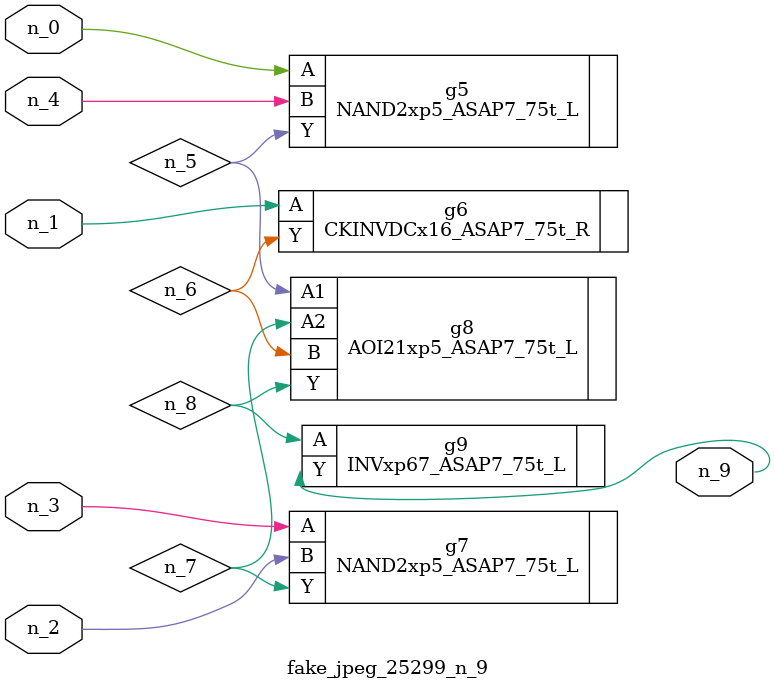
<source format=v>
module fake_jpeg_25299_n_9 (n_3, n_2, n_1, n_0, n_4, n_9);

input n_3;
input n_2;
input n_1;
input n_0;
input n_4;

output n_9;

wire n_8;
wire n_6;
wire n_5;
wire n_7;

NAND2xp5_ASAP7_75t_L g5 ( 
.A(n_0),
.B(n_4),
.Y(n_5)
);

CKINVDCx16_ASAP7_75t_R g6 ( 
.A(n_1),
.Y(n_6)
);

NAND2xp5_ASAP7_75t_L g7 ( 
.A(n_3),
.B(n_2),
.Y(n_7)
);

AOI21xp5_ASAP7_75t_L g8 ( 
.A1(n_5),
.A2(n_7),
.B(n_6),
.Y(n_8)
);

INVxp67_ASAP7_75t_L g9 ( 
.A(n_8),
.Y(n_9)
);


endmodule
</source>
